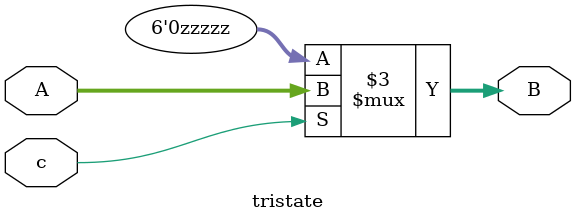
<source format=v>
module tristate(
    input c,
    input [5:0] A,
    output [5:0] B
);

assign B = c==1? A : 5'bzzzzz;

endmodule
</source>
